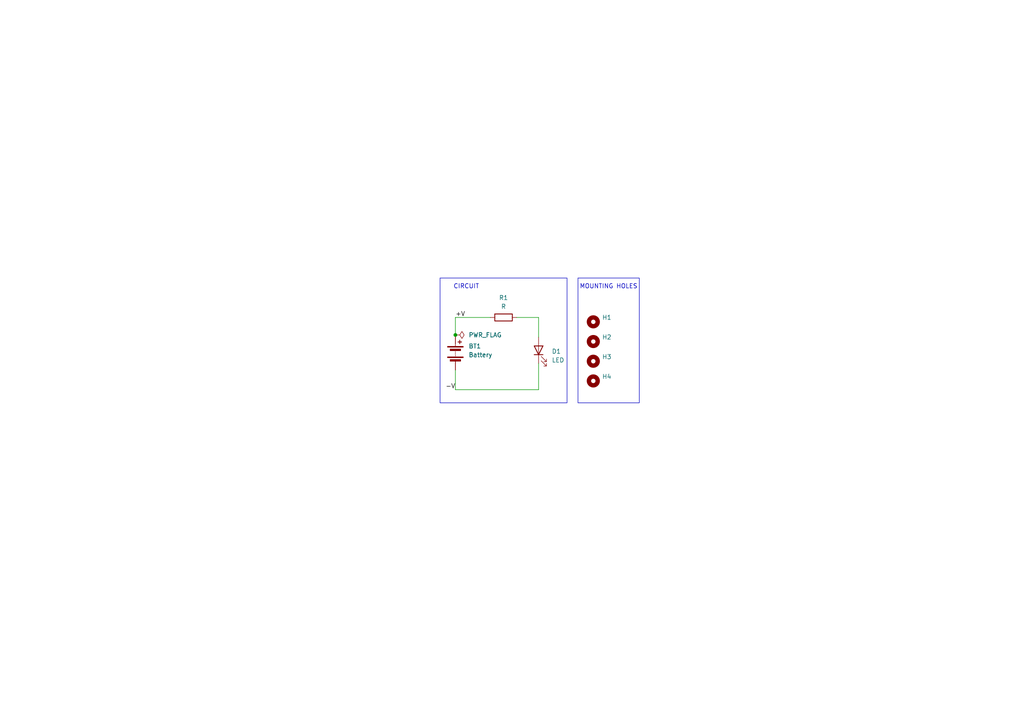
<source format=kicad_sch>
(kicad_sch (version 20231120) (generator "eeschema") (generator_version "8.0")
  (paper "A4")
  (lib_symbols
    (symbol "Device:Battery" (pin_numbers hide) (pin_names (offset 0) hide)
      (property "Reference" "BT" (at 2.54 2.54 0))
      (property "Value" "Battery" (at 2.54 0 0))
      (symbol "Battery_0_1"
        (rectangle (start -2.286 -1.27) (end 2.286 -1.524) (fill (type outline)))
        (rectangle (start -2.286 1.778) (end 2.286 1.524) (fill (type outline)))
        (rectangle (start -1.524 -2.032) (end 1.524 -2.54) (fill (type outline)))
        (rectangle (start -1.524 1.016) (end 1.524 0.508) (fill (type outline)))
        (polyline (pts (xy 0 -1.016) (xy 0 -0.762)))
        (polyline (pts (xy 0 -0.508) (xy 0 -0.254)))
        (polyline (pts (xy 0 0) (xy 0 0.254)))
        (polyline (pts (xy 0 1.778) (xy 0 2.54)))
        (polyline (pts (xy 0.762 3.048) (xy 1.778 3.048)) (stroke (width 0.254)))
        (polyline (pts (xy 1.27 3.556) (xy 1.27 2.54)) (stroke (width 0.254)))
      )
      (symbol "Battery_1_1"
        (pin passive line (at 0 5.08 270) (length 2.54) (name "+") (number "1"))
        (pin passive line (at 0 -5.08 90) (length 2.54) (name "-") (number "2"))
      )
    )
    (symbol "Device:LED" (pin_numbers hide) (pin_names (offset 1.016) hide)
      (property "Reference" "D" (at 0 2.54 0))
      (property "Value" "LED" (at 0 -2.54 0))
      (symbol "LED_0_1"
        (polyline (pts (xy -1.27 -1.27) (xy -1.27 1.27)) (stroke (width 0.254)))
        (polyline (pts (xy -1.27 0) (xy 1.27 0)))
        (polyline (pts (xy 1.27 -1.27) (xy 1.27 1.27) (xy -1.27 0) (xy 1.27 -1.27)) (stroke (width 0.254)))
        (polyline (pts (xy -3.048 -0.762) (xy -4.572 -2.286) (xy -3.81 -2.286) (xy -4.572 -2.286) (xy -4.572 -1.524)))
        (polyline (pts (xy -1.778 -0.762) (xy -3.302 -2.286) (xy -2.54 -2.286) (xy -3.302 -2.286) (xy -3.302 -1.524)))
      )
      (symbol "LED_1_1"
        (pin passive line (at -3.81 0 0) (length 2.54) (name "K") (number "1"))
        (pin passive line (at 3.81 0 180) (length 2.54) (name "A") (number "2"))
      )
    )
    (symbol "Device:R" (pin_numbers hide) (pin_names (offset 0))
      (property "Reference" "R" (at 2.032 0 90))
      (property "Value" "R" (at 0 0 90))
      (symbol "R_0_1"
        (rectangle (start -1.016 -2.54) (end 1.016 2.54) (stroke (width 0.254)))
      )
      (symbol "R_1_1"
        (pin passive line (at 0 3.81 270) (length 1.27) (name "~") (number "1"))
        (pin passive line (at 0 -3.81 90) (length 1.27) (name "~") (number "2"))
      )
    )
    (symbol "Mechanical:MountingHole" (pin_names (offset 1.016))
      (property "Reference" "H" (at 0 5.08 0))
      (property "Value" "MountingHole" (at 0 3.175 0))
      (symbol "MountingHole_0_1"
        (circle (center 0 0) (radius 1.27) (stroke (width 1.27)))
      )
    )
    (symbol "power:PWR_FLAG" (power) (pin_numbers hide) (pin_names (offset 0) hide)
      (property "Value" "PWR_FLAG" (at 0 3.81 0))
      (symbol "PWR_FLAG_0_0"
        (pin power_out line (at 0 0 90) (length 0) (name "~") (number "1"))
      )
      (symbol "PWR_FLAG_0_1"
        (polyline (pts (xy 0 0) (xy 0 1.27) (xy -1.016 1.905) (xy 0 2.54) (xy 1.016 1.905) (xy 0 1.27)))
      )
    )
  )
  (junction (at 132.08 97.155))
  (wire (pts (xy 132.08 97.155) (xy 132.08 92.075)))
  (wire (pts (xy 156.21 92.075) (xy 156.21 97.79)))
  (wire (pts (xy 149.86 92.075) (xy 156.21 92.075)))
  (wire (pts (xy 132.08 113.03) (xy 156.21 113.03)))
  (wire (pts (xy 132.08 107.315) (xy 132.08 113.03)))
  (wire (pts (xy 132.08 92.075) (xy 142.24 92.075)))
  (wire (pts (xy 156.21 113.03) (xy 156.21 105.41)))
  (rectangle (start 127.635 80.645) (end 164.465 116.84))
  (rectangle (start 167.64 80.645) (end 185.42 116.84))
  (text "CIRCUIT" (at 135.255 83.185 0) (effects (font (size 1.27 1.27))))
  (text "MOUNTING HOLES" (at 176.53 83.185 0) (effects (font (size 1.27 1.27))))
  (label "+V" (at 132.08 92.075 0))
  (label "-V" (at 132.08 113.03 180))
  (symbol (lib_id "Device:R") (at 146.05 92.075 90) (unit 1)
    (property "Reference" "R1" (at 146.05 86.36 90))
    (property "Value" "R" (at 146.05 88.9 90))
    (property "Footprint" "Resistor_SMD:R_0805_2012Metric" (effects (hide yes)))
    (property "Description" "Resistor" (effects (hide yes)))
  )
  (symbol (lib_id "Device:Battery") (at 132.08 102.235 0) (unit 1)
    (property "Reference" "BT1" (at 135.89 100.3934 0) (effects (justify left)))
    (property "Value" "Battery" (at 135.89 102.9334 0) (effects (justify left)))
    (property "Footprint" "Battery:BatteryHolder_LINX_BAT-HLD-012-SMT" (effects (hide yes)))
    (property "Description" "Multiple-cell battery" (effects (hide yes)))
  )
  (symbol (lib_id "Mechanical:MountingHole") (at 172.085 104.775 0) (unit 1) (in_bom no)
    (property "Reference" "H3" (at 174.625 103.5049 0) (effects (justify left)))
    (property "Value" "MountingHole" (effects (hide yes)))
    (property "Footprint" "MountingHole:MountingHole_3.2mm_M3_DIN965_Pad" (effects (hide yes)))
    (property "Description" "Mounting Hole without connection" (effects (hide yes)))
  )
  (symbol (lib_id "Mechanical:MountingHole") (at 172.085 93.345 0) (unit 1) (in_bom no)
    (property "Reference" "H1" (at 174.625 92.0749 0) (effects (justify left)))
    (property "Value" "MountingHole" (effects (hide yes)))
    (property "Footprint" "MountingHole:MountingHole_3.2mm_M3_DIN965_Pad" (effects (hide yes)))
    (property "Description" "Mounting Hole without connection" (effects (hide yes)))
  )
  (symbol (lib_id "power:PWR_FLAG") (at 132.08 97.155 270) (unit 1)
    (property "Reference" "#FLG01" (effects (hide yes)))
    (property "Value" "PWR_FLAG" (at 135.89 97.1549 90) (effects (justify left)))
    (property "Description" "Special symbol for telling ERC where power comes from" (effects (hide yes)))
  )
  (symbol (lib_id "Device:LED") (at 156.21 101.6 90) (unit 1)
    (property "Reference" "D1" (at 160.02 101.9174 90) (effects (justify right)))
    (property "Value" "LED" (at 160.02 104.4574 90) (effects (justify right)))
    (property "Footprint" "LED_SMD:LED_0805_2012Metric" (effects (hide yes)))
    (property "Description" "Light emitting diode" (effects (hide yes)))
  )
  (symbol (lib_id "Mechanical:MountingHole") (at 172.085 110.49 0) (unit 1) (in_bom no)
    (property "Reference" "H4" (at 174.625 109.2199 0) (effects (justify left)))
    (property "Value" "MountingHole" (effects (hide yes)))
    (property "Footprint" "MountingHole:MountingHole_3.2mm_M3_DIN965_Pad" (effects (hide yes)))
    (property "Description" "Mounting Hole without connection" (effects (hide yes)))
  )
  (symbol (lib_id "Mechanical:MountingHole") (at 172.085 99.06 0) (unit 1) (in_bom no)
    (property "Reference" "H2" (at 174.625 97.7899 0) (effects (justify left)))
    (property "Value" "MountingHole" (effects (hide yes)))
    (property "Footprint" "MountingHole:MountingHole_3.2mm_M3_DIN965_Pad" (effects (hide yes)))
    (property "Description" "Mounting Hole without connection" (effects (hide yes)))
  )
)
</source>
